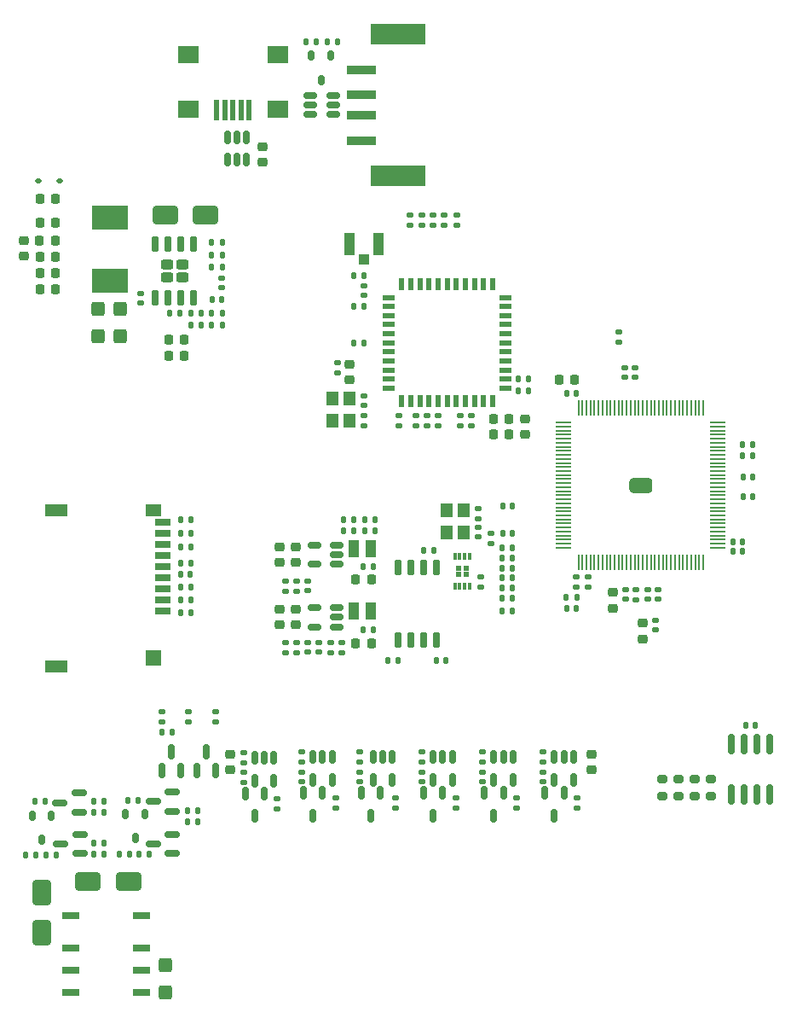
<source format=gbr>
%TF.GenerationSoftware,KiCad,Pcbnew,8.0.1*%
%TF.CreationDate,2024-03-23T09:32:29-06:00*%
%TF.ProjectId,underglow3,756e6465-7267-46c6-9f77-332e6b696361,rev?*%
%TF.SameCoordinates,Original*%
%TF.FileFunction,Paste,Top*%
%TF.FilePolarity,Positive*%
%FSLAX46Y46*%
G04 Gerber Fmt 4.6, Leading zero omitted, Abs format (unit mm)*
G04 Created by KiCad (PCBNEW 8.0.1) date 2024-03-23 09:32:29*
%MOMM*%
%LPD*%
G01*
G04 APERTURE LIST*
G04 Aperture macros list*
%AMRoundRect*
0 Rectangle with rounded corners*
0 $1 Rounding radius*
0 $2 $3 $4 $5 $6 $7 $8 $9 X,Y pos of 4 corners*
0 Add a 4 corners polygon primitive as box body*
4,1,4,$2,$3,$4,$5,$6,$7,$8,$9,$2,$3,0*
0 Add four circle primitives for the rounded corners*
1,1,$1+$1,$2,$3*
1,1,$1+$1,$4,$5*
1,1,$1+$1,$6,$7*
1,1,$1+$1,$8,$9*
0 Add four rect primitives between the rounded corners*
20,1,$1+$1,$2,$3,$4,$5,0*
20,1,$1+$1,$4,$5,$6,$7,0*
20,1,$1+$1,$6,$7,$8,$9,0*
20,1,$1+$1,$8,$9,$2,$3,0*%
G04 Aperture macros list end*
%ADD10R,1.600000X0.700000*%
%ADD11R,1.500000X1.200000*%
%ADD12R,2.200000X1.200000*%
%ADD13R,1.500000X1.600000*%
%ADD14RoundRect,0.135000X-0.135000X-0.185000X0.135000X-0.185000X0.135000X0.185000X-0.135000X0.185000X0*%
%ADD15R,3.000000X0.900000*%
%ADD16R,5.500000X2.050013*%
%ADD17RoundRect,0.140000X-0.140000X-0.170000X0.140000X-0.170000X0.140000X0.170000X-0.140000X0.170000X0*%
%ADD18RoundRect,0.150000X-0.150000X0.825000X-0.150000X-0.825000X0.150000X-0.825000X0.150000X0.825000X0*%
%ADD19RoundRect,0.135000X0.135000X0.185000X-0.135000X0.185000X-0.135000X-0.185000X0.135000X-0.185000X0*%
%ADD20RoundRect,0.150000X-0.150000X0.512500X-0.150000X-0.512500X0.150000X-0.512500X0.150000X0.512500X0*%
%ADD21RoundRect,0.140000X0.170000X-0.140000X0.170000X0.140000X-0.170000X0.140000X-0.170000X-0.140000X0*%
%ADD22RoundRect,0.250000X-0.650000X1.000000X-0.650000X-1.000000X0.650000X-1.000000X0.650000X1.000000X0*%
%ADD23RoundRect,0.225000X-0.250000X0.225000X-0.250000X-0.225000X0.250000X-0.225000X0.250000X0.225000X0*%
%ADD24RoundRect,0.150000X0.150000X-0.587500X0.150000X0.587500X-0.150000X0.587500X-0.150000X-0.587500X0*%
%ADD25RoundRect,0.150000X0.512500X0.150000X-0.512500X0.150000X-0.512500X-0.150000X0.512500X-0.150000X0*%
%ADD26RoundRect,0.135000X0.185000X-0.135000X0.185000X0.135000X-0.185000X0.135000X-0.185000X-0.135000X0*%
%ADD27RoundRect,0.140000X-0.170000X0.140000X-0.170000X-0.140000X0.170000X-0.140000X0.170000X0.140000X0*%
%ADD28RoundRect,0.218750X0.218750X0.256250X-0.218750X0.256250X-0.218750X-0.256250X0.218750X-0.256250X0*%
%ADD29RoundRect,0.135000X-0.185000X0.135000X-0.185000X-0.135000X0.185000X-0.135000X0.185000X0.135000X0*%
%ADD30RoundRect,0.140000X0.140000X0.170000X-0.140000X0.170000X-0.140000X-0.170000X0.140000X-0.170000X0*%
%ADD31RoundRect,0.200000X0.275000X-0.200000X0.275000X0.200000X-0.275000X0.200000X-0.275000X-0.200000X0*%
%ADD32RoundRect,0.150000X0.587500X0.150000X-0.587500X0.150000X-0.587500X-0.150000X0.587500X-0.150000X0*%
%ADD33RoundRect,0.225000X0.225000X0.250000X-0.225000X0.250000X-0.225000X-0.250000X0.225000X-0.250000X0*%
%ADD34RoundRect,0.062500X-0.675000X-0.062500X0.675000X-0.062500X0.675000X0.062500X-0.675000X0.062500X0*%
%ADD35RoundRect,0.062500X-0.062500X-0.675000X0.062500X-0.675000X0.062500X0.675000X-0.062500X0.675000X0*%
%ADD36RoundRect,0.381000X-0.762000X-0.381000X0.762000X-0.381000X0.762000X0.381000X-0.762000X0.381000X0*%
%ADD37RoundRect,0.225000X0.250000X-0.225000X0.250000X0.225000X-0.250000X0.225000X-0.250000X-0.225000X0*%
%ADD38RoundRect,0.218750X-0.218750X-0.256250X0.218750X-0.256250X0.218750X0.256250X-0.218750X0.256250X0*%
%ADD39RoundRect,0.225000X-0.225000X-0.250000X0.225000X-0.250000X0.225000X0.250000X-0.225000X0.250000X0*%
%ADD40RoundRect,0.175000X-0.175000X0.325000X-0.175000X-0.325000X0.175000X-0.325000X0.175000X0.325000X0*%
%ADD41RoundRect,0.242500X0.382500X-0.242500X0.382500X0.242500X-0.382500X0.242500X-0.382500X-0.242500X0*%
%ADD42RoundRect,0.150000X0.150000X-0.650000X0.150000X0.650000X-0.150000X0.650000X-0.150000X-0.650000X0*%
%ADD43RoundRect,0.200000X-0.275000X0.200000X-0.275000X-0.200000X0.275000X-0.200000X0.275000X0.200000X0*%
%ADD44RoundRect,0.147500X-0.147500X-0.172500X0.147500X-0.172500X0.147500X0.172500X-0.147500X0.172500X0*%
%ADD45R,0.500000X2.000000*%
%ADD46R,2.000000X1.700000*%
%ADD47RoundRect,0.112500X-0.187500X-0.112500X0.187500X-0.112500X0.187500X0.112500X-0.187500X0.112500X0*%
%ADD48R,1.200000X1.400000*%
%ADD49RoundRect,0.250000X-1.000000X-0.650000X1.000000X-0.650000X1.000000X0.650000X-1.000000X0.650000X0*%
%ADD50R,1.800000X0.800000*%
%ADD51RoundRect,0.250000X-0.425000X0.450000X-0.425000X-0.450000X0.425000X-0.450000X0.425000X0.450000X0*%
%ADD52RoundRect,0.147500X-0.172500X0.147500X-0.172500X-0.147500X0.172500X-0.147500X0.172500X0.147500X0*%
%ADD53R,1.000000X1.050013*%
%ADD54R,1.050013X2.200000*%
%ADD55R,1.300000X0.500000*%
%ADD56R,0.500000X1.300000*%
%ADD57R,0.600000X0.500000*%
%ADD58R,0.300000X0.750000*%
%ADD59RoundRect,0.250000X0.425000X-0.450000X0.425000X0.450000X-0.425000X0.450000X-0.425000X-0.450000X0*%
%ADD60R,1.000000X1.720015*%
%ADD61RoundRect,0.150000X-0.150000X0.650000X-0.150000X-0.650000X0.150000X-0.650000X0.150000X0.650000X0*%
%ADD62R,3.620015X2.424003*%
G04 APERTURE END LIST*
D10*
%TO.C,J203*%
X13263513Y37699873D03*
X13263513Y38799950D03*
X13263513Y39900026D03*
X13263513Y41000102D03*
X13263513Y42099924D03*
X13263513Y43200000D03*
X13263513Y44300077D03*
X13263513Y45399899D03*
X13263513Y46499975D03*
D11*
X12263513Y47700128D03*
D12*
X2663563Y47700128D03*
X2663563Y32200000D03*
D13*
X12263513Y33099924D03*
%TD*%
D14*
%TO.C,R203*%
X35569798Y32800000D03*
X36589796Y32800000D03*
%TD*%
D15*
%TO.C,J302*%
X32975005Y84400127D03*
X32975006Y86900000D03*
X32975006Y88900000D03*
X32975005Y91399873D03*
D16*
X36624994Y80874854D03*
X36624994Y94925146D03*
%TD*%
D17*
%TO.C,C202*%
X40399795Y32800000D03*
X41359795Y32800000D03*
%TD*%
D14*
%TO.C,R428*%
X31145232Y45687519D03*
X32165230Y45687519D03*
%TD*%
D18*
%TO.C,U405*%
X73505000Y24475000D03*
X72235000Y24475000D03*
X70965000Y24475000D03*
X69695000Y24475000D03*
X69695000Y19525000D03*
X70965000Y19525000D03*
X72235000Y19525000D03*
X73505000Y19525000D03*
%TD*%
D19*
%TO.C,R330*%
X7421872Y13600627D03*
X6401874Y13600627D03*
%TD*%
D20*
%TO.C,Q309*%
X41030998Y19675000D03*
X39131000Y19675000D03*
X40080999Y17400000D03*
%TD*%
D21*
%TO.C,C402*%
X33200000Y58120000D03*
X33200000Y59080000D03*
%TD*%
D22*
%TO.C,D304*%
X1200000Y9800002D03*
X1200000Y5800000D03*
%TD*%
D23*
%TO.C,C213*%
X57900000Y39550051D03*
X57900000Y38000051D03*
%TD*%
D24*
%TO.C,Q312*%
X16588756Y21862500D03*
X18488756Y21862500D03*
X17538756Y23737501D03*
%TD*%
D25*
%TO.C,U403*%
X30537728Y36137524D03*
X30537728Y37087523D03*
X30537728Y38037522D03*
X28262728Y38037522D03*
X28262728Y36137524D03*
%TD*%
D26*
%TO.C,R419*%
X31000228Y33587522D03*
X31000228Y34607520D03*
%TD*%
D19*
%TO.C,C218*%
X47959794Y42992051D03*
X46939796Y42992051D03*
%TD*%
D17*
%TO.C,C205*%
X46969795Y45400051D03*
X47929795Y45400051D03*
%TD*%
D26*
%TO.C,R214*%
X54279975Y40090052D03*
X54279975Y41110050D03*
%TD*%
D27*
%TO.C,C319*%
X45011998Y21730000D03*
X45011998Y20770000D03*
%TD*%
D28*
%TO.C,L403*%
X47625000Y55200000D03*
X46049998Y55200000D03*
%TD*%
D26*
%TO.C,R455*%
X39509999Y56080002D03*
X39509999Y57100000D03*
%TD*%
D19*
%TO.C,R331*%
X7421873Y18800628D03*
X6401875Y18800628D03*
%TD*%
D27*
%TO.C,C211*%
X59200000Y39825051D03*
X59200000Y38865051D03*
%TD*%
D17*
%TO.C,C305*%
X18120000Y68649337D03*
X19080000Y68649337D03*
%TD*%
D26*
%TO.C,R453*%
X43909999Y56080002D03*
X43909999Y57100000D03*
%TD*%
D19*
%TO.C,R220*%
X15983536Y37550064D03*
X14963538Y37550064D03*
%TD*%
%TO.C,R315*%
X19109999Y73049337D03*
X18090001Y73049337D03*
%TD*%
D29*
%TO.C,R401*%
X41200000Y77019998D03*
X41200000Y76000000D03*
%TD*%
%TO.C,R207*%
X60200000Y39855050D03*
X60200000Y38835052D03*
%TD*%
D14*
%TO.C,R202*%
X14963538Y42450064D03*
X15983536Y42450064D03*
%TD*%
D30*
%TO.C,C236*%
X54319975Y59300051D03*
X53359975Y59300051D03*
%TD*%
D17*
%TO.C,C201*%
X14993537Y41350064D03*
X15953537Y41350064D03*
%TD*%
D19*
%TO.C,R221*%
X15983536Y38820064D03*
X14963538Y38820064D03*
%TD*%
D31*
%TO.C,R311*%
X62800000Y19350000D03*
X62800000Y21000000D03*
%TD*%
D29*
%TO.C,R415*%
X25400228Y40709999D03*
X25400228Y39690001D03*
%TD*%
D23*
%TO.C,C416*%
X31800000Y62175000D03*
X31800000Y60625000D03*
%TD*%
D20*
%TO.C,U305*%
X48011996Y23207500D03*
X47061997Y23207500D03*
X46111998Y23207500D03*
X46111998Y20932500D03*
X48011996Y20932500D03*
%TD*%
D19*
%TO.C,R329*%
X7421873Y14650626D03*
X6401875Y14650626D03*
%TD*%
D27*
%TO.C,C413*%
X28754228Y34577521D03*
X28754228Y33617521D03*
%TD*%
D19*
%TO.C,R204*%
X15983536Y46750064D03*
X14963538Y46750064D03*
%TD*%
D27*
%TO.C,C321*%
X51013000Y21730000D03*
X51013000Y20770000D03*
%TD*%
D20*
%TO.C,U303*%
X21549999Y84737500D03*
X20600000Y84737500D03*
X19650001Y84737500D03*
X19650001Y82462500D03*
X20600000Y82462500D03*
X21549999Y82462500D03*
%TD*%
D32*
%TO.C,Q302*%
X14155003Y17850000D03*
X14155003Y19750000D03*
X12280002Y18800000D03*
%TD*%
D33*
%TO.C,C308*%
X2575000Y69649337D03*
X1025000Y69649337D03*
%TD*%
D21*
%TO.C,C215*%
X60149819Y60900052D03*
X60149819Y61860052D03*
%TD*%
D34*
%TO.C,U201*%
X53037500Y56400000D03*
X53037500Y56000000D03*
X53037500Y55600000D03*
X53037500Y55200000D03*
X53037500Y54800000D03*
X53037500Y54400000D03*
X53037500Y54000000D03*
X53037500Y53600000D03*
X53037500Y53200000D03*
X53037500Y52800000D03*
X53037500Y52400000D03*
X53037500Y52000000D03*
X53037500Y51600000D03*
X53037500Y51200000D03*
X53037500Y50800000D03*
X53037500Y50400000D03*
X53037500Y50000000D03*
X53037500Y49600000D03*
X53037500Y49200000D03*
X53037500Y48800000D03*
X53037500Y48400000D03*
X53037500Y48000000D03*
X53037500Y47600000D03*
X53037500Y47200000D03*
X53037500Y46800000D03*
X53037500Y46400000D03*
X53037500Y46000000D03*
X53037500Y45600000D03*
X53037500Y45200000D03*
X53037500Y44800000D03*
X53037500Y44400000D03*
X53037500Y44000000D03*
D35*
X54500000Y42537500D03*
X54900000Y42537500D03*
X55300000Y42537500D03*
X55700000Y42537500D03*
X56100000Y42537500D03*
X56500000Y42537500D03*
X56900000Y42537500D03*
X57300000Y42537500D03*
X57700000Y42537500D03*
X58100000Y42537500D03*
X58500000Y42537500D03*
X58900000Y42537500D03*
X59300000Y42537500D03*
X59700000Y42537500D03*
X60100000Y42537500D03*
X60500000Y42537500D03*
X60900000Y42537500D03*
X61300000Y42537500D03*
X61700000Y42537500D03*
X62100000Y42537500D03*
X62500000Y42537500D03*
X62900000Y42537500D03*
X63300000Y42537500D03*
X63700000Y42537500D03*
X64100000Y42537500D03*
X64500000Y42537500D03*
X64900000Y42537500D03*
X65300000Y42537500D03*
X65700000Y42537500D03*
X66100000Y42537500D03*
X66500000Y42537500D03*
X66900000Y42537500D03*
D34*
X68362500Y44000000D03*
X68362500Y44400000D03*
X68362500Y44800000D03*
X68362500Y45200000D03*
X68362500Y45600000D03*
X68362500Y46000000D03*
X68362500Y46400000D03*
X68362500Y46800000D03*
X68362500Y47200000D03*
X68362500Y47600000D03*
X68362500Y48000000D03*
X68362500Y48400000D03*
X68362500Y48800000D03*
X68362500Y49200000D03*
X68362500Y49600000D03*
X68362500Y50000000D03*
X68362500Y50400000D03*
X68362500Y50800000D03*
X68362500Y51200000D03*
X68362500Y51600000D03*
X68362500Y52000000D03*
X68362500Y52400000D03*
X68362500Y52800000D03*
X68362500Y53200000D03*
X68362500Y53600000D03*
X68362500Y54000000D03*
X68362500Y54400000D03*
X68362500Y54800000D03*
X68362500Y55200000D03*
X68362500Y55600000D03*
X68362500Y56000000D03*
X68362500Y56400000D03*
D35*
X66900000Y57862500D03*
X66500000Y57862500D03*
X66100000Y57862500D03*
X65700000Y57862500D03*
X65300000Y57862500D03*
X64900000Y57862500D03*
X64500000Y57862500D03*
X64100000Y57862500D03*
X63700000Y57862500D03*
X63300000Y57862500D03*
X62900000Y57862500D03*
X62500000Y57862500D03*
X62100000Y57862500D03*
X61700000Y57862500D03*
X61300000Y57862500D03*
X60900000Y57862500D03*
X60500000Y57862500D03*
X60100000Y57862500D03*
X59700000Y57862500D03*
X59300000Y57862500D03*
X58900000Y57862500D03*
X58500000Y57862500D03*
X58100000Y57862500D03*
X57700000Y57862500D03*
X57300000Y57862500D03*
X56900000Y57862500D03*
X56500000Y57862500D03*
X56100000Y57862500D03*
X55700000Y57862500D03*
X55300000Y57862500D03*
X54900000Y57862500D03*
X54500000Y57862500D03*
D36*
X60700000Y50200000D03*
%TD*%
D31*
%TO.C,R307*%
X66060000Y19350000D03*
X66060000Y21000000D03*
%TD*%
D29*
%TO.C,R436*%
X38980999Y23717499D03*
X38980999Y22697501D03*
%TD*%
D26*
%TO.C,R418*%
X29872228Y33587522D03*
X29872228Y34607520D03*
%TD*%
%TO.C,R411*%
X51013000Y22697501D03*
X51013000Y23717499D03*
%TD*%
D37*
%TO.C,C316*%
X55800000Y21925000D03*
X55800000Y23475000D03*
%TD*%
D23*
%TO.C,C409*%
X26400228Y37887522D03*
X26400228Y36337522D03*
%TD*%
D38*
%TO.C,FB302*%
X1012499Y76249337D03*
X2587501Y76249337D03*
%TD*%
D19*
%TO.C,R216*%
X71849793Y54200000D03*
X70829795Y54200000D03*
%TD*%
D21*
%TO.C,C405*%
X27636228Y39720000D03*
X27636228Y40680000D03*
%TD*%
D39*
%TO.C,C415*%
X46050000Y56800000D03*
X47600000Y56800000D03*
%TD*%
D37*
%TO.C,C429*%
X49225000Y55225000D03*
X49225000Y56775000D03*
%TD*%
D19*
%TO.C,R320*%
X16700000Y17900001D03*
X15680002Y17900001D03*
%TD*%
D14*
%TO.C,R460*%
X32190001Y64325000D03*
X33209999Y64325000D03*
%TD*%
D40*
%TO.C,Q304*%
X11430002Y17600002D03*
X9530002Y17600002D03*
X10480002Y15200001D03*
%TD*%
D41*
%TO.C,U301*%
X13625000Y70849337D03*
X15175000Y70849337D03*
X13625000Y72049337D03*
X15175000Y72049337D03*
D42*
X12495001Y68799337D03*
X13765000Y68799337D03*
X15035000Y68799337D03*
X16304999Y68799337D03*
X16304999Y74099337D03*
X15035000Y74099337D03*
X13765000Y74099337D03*
X12495001Y74099337D03*
%TD*%
D19*
%TO.C,R333*%
X1521873Y18800628D03*
X501875Y18800628D03*
%TD*%
D29*
%TO.C,R446*%
X13100000Y27692497D03*
X13100000Y26672499D03*
%TD*%
D23*
%TO.C,C228*%
X60850025Y36500051D03*
X60850025Y34950051D03*
%TD*%
D19*
%TO.C,R328*%
X2621872Y13500628D03*
X1601874Y13500628D03*
%TD*%
D40*
%TO.C,Q307*%
X29884593Y92800001D03*
X27984593Y92800001D03*
X28934593Y90400000D03*
%TD*%
D17*
%TO.C,C212*%
X70849795Y51000000D03*
X71809795Y51000000D03*
%TD*%
D29*
%TO.C,R301*%
X42330999Y19179999D03*
X42330999Y18160001D03*
%TD*%
D14*
%TO.C,R217*%
X46939796Y37700051D03*
X47959794Y37700051D03*
%TD*%
D23*
%TO.C,C408*%
X24800228Y37887522D03*
X24800228Y36337522D03*
%TD*%
D43*
%TO.C,R312*%
X64430000Y21000000D03*
X64430000Y19350000D03*
%TD*%
D29*
%TO.C,R327*%
X18488756Y27692497D03*
X18488756Y26672499D03*
%TD*%
D44*
%TO.C,D409*%
X33315000Y45638850D03*
X34285000Y45638850D03*
%TD*%
D45*
%TO.C,J404*%
X21800000Y87400000D03*
X21000000Y87400000D03*
X20200000Y87400000D03*
X19400000Y87400000D03*
X18600000Y87400000D03*
D46*
X24650000Y87500000D03*
X24650000Y92950000D03*
X15750000Y87500000D03*
X15750000Y92950000D03*
%TD*%
D47*
%TO.C,D405*%
X900000Y80400000D03*
X3000000Y80400000D03*
%TD*%
D39*
%TO.C,C303*%
X13800000Y63049337D03*
X15350000Y63049337D03*
%TD*%
D21*
%TO.C,C204*%
X44529795Y46900051D03*
X44529795Y47860051D03*
%TD*%
D48*
%TO.C,Y201*%
X41379795Y47700051D03*
X41379795Y45500051D03*
X43079795Y45500051D03*
X43079795Y47700051D03*
%TD*%
D19*
%TO.C,R201*%
X15983536Y45400064D03*
X14963538Y45400064D03*
%TD*%
D29*
%TO.C,R435*%
X45011998Y23717499D03*
X45011998Y22697501D03*
%TD*%
D26*
%TO.C,R454*%
X38409999Y56080002D03*
X38409999Y57100000D03*
%TD*%
D19*
%TO.C,R322*%
X10790001Y18900001D03*
X9770003Y18900001D03*
%TD*%
D14*
%TO.C,R323*%
X8880002Y13600000D03*
X9900000Y13600000D03*
%TD*%
D27*
%TO.C,C323*%
X21250001Y21692500D03*
X21250001Y20732500D03*
%TD*%
D24*
%TO.C,Q308*%
X13100000Y21862500D03*
X15000000Y21862500D03*
X14050000Y23737501D03*
%TD*%
D48*
%TO.C,Y401*%
X30080000Y58800000D03*
X30080000Y56600000D03*
X31780000Y56600000D03*
X31780000Y58800000D03*
%TD*%
D19*
%TO.C,R222*%
X15983536Y40050064D03*
X14963538Y40050064D03*
%TD*%
D49*
%TO.C,D305*%
X5799998Y10900000D03*
X9800000Y10900000D03*
%TD*%
D26*
%TO.C,R452*%
X42809999Y56080002D03*
X42809999Y57100000D03*
%TD*%
D43*
%TO.C,R308*%
X67690001Y21000000D03*
X67690001Y19350000D03*
%TD*%
D50*
%TO.C,K301*%
X4077500Y7450000D03*
X4077500Y4250000D03*
X4077500Y2050000D03*
X4077500Y-150000D03*
X11077500Y-150000D03*
X11077500Y2050000D03*
X11077500Y4250000D03*
X11077500Y7450000D03*
%TD*%
D14*
%TO.C,R206*%
X39129796Y43705051D03*
X40149794Y43705051D03*
%TD*%
D51*
%TO.C,C314*%
X6799999Y67700000D03*
X6799999Y65000000D03*
%TD*%
D27*
%TO.C,C235*%
X62400000Y39825051D03*
X62400000Y38865051D03*
%TD*%
D26*
%TO.C,R461*%
X30600000Y61335002D03*
X30600000Y62355000D03*
%TD*%
D27*
%TO.C,C231*%
X61400000Y39825051D03*
X61400000Y38865051D03*
%TD*%
D52*
%TO.C,L405*%
X33200000Y70000000D03*
X33200000Y69030000D03*
%TD*%
D19*
%TO.C,C219*%
X47959794Y41990051D03*
X46939796Y41990051D03*
%TD*%
D14*
%TO.C,C301*%
X16000000Y67249338D03*
X17019998Y67249338D03*
%TD*%
D19*
%TO.C,R210*%
X47959794Y40988051D03*
X46939796Y40988051D03*
%TD*%
D20*
%TO.C,Q311*%
X53062999Y19675000D03*
X51163001Y19675000D03*
X52113000Y17400000D03*
%TD*%
D14*
%TO.C,R313*%
X18090001Y71849337D03*
X19109999Y71849337D03*
%TD*%
D32*
%TO.C,Q305*%
X4975001Y13650000D03*
X4975001Y15550000D03*
X3100000Y14600000D03*
%TD*%
D27*
%TO.C,C414*%
X33200000Y57070001D03*
X33200000Y56110001D03*
%TD*%
D21*
%TO.C,C304*%
X11000000Y68279337D03*
X11000000Y69239337D03*
%TD*%
D33*
%TO.C,C412*%
X33950000Y34500000D03*
X32400000Y34500000D03*
%TD*%
D26*
%TO.C,R404*%
X37800000Y76000000D03*
X37800000Y77019998D03*
%TD*%
D29*
%TO.C,R417*%
X25400228Y34607520D03*
X25400228Y33587522D03*
%TD*%
D20*
%TO.C,U304*%
X41980997Y23207500D03*
X41030998Y23207500D03*
X40080999Y23207500D03*
X40080999Y20932500D03*
X41980997Y20932500D03*
%TD*%
D19*
%TO.C,C217*%
X47959794Y44000051D03*
X46939796Y44000051D03*
%TD*%
D20*
%TO.C,Q320*%
X29094000Y19675000D03*
X27194002Y19675000D03*
X28144001Y17400000D03*
%TD*%
%TO.C,U306*%
X54012998Y23207500D03*
X53062999Y23207500D03*
X52113000Y23207500D03*
X52113000Y20932500D03*
X54012998Y20932500D03*
%TD*%
D17*
%TO.C,C222*%
X70849795Y49100051D03*
X71809795Y49100051D03*
%TD*%
D14*
%TO.C,R303*%
X29535001Y94200000D03*
X30554999Y94200000D03*
%TD*%
D53*
%TO.C,ANT401*%
X33200000Y72637490D03*
D54*
X34674981Y74162510D03*
X31725019Y74162510D03*
%TD*%
D33*
%TO.C,C407*%
X33950000Y40857501D03*
X32400000Y40857501D03*
%TD*%
D19*
%TO.C,R457*%
X49509999Y60725000D03*
X48490001Y60725000D03*
%TD*%
D20*
%TO.C,Q310*%
X47061997Y19675000D03*
X45161999Y19675000D03*
X46111998Y17400000D03*
%TD*%
D55*
%TO.C,U401*%
X35697170Y68825000D03*
X35697170Y67925000D03*
X35697170Y67025000D03*
X35697170Y66125000D03*
X35697170Y65225000D03*
X35697170Y64325000D03*
X35697170Y63425000D03*
X35697170Y62525000D03*
X35697170Y61625000D03*
X35697170Y60725000D03*
X35697170Y59825000D03*
D56*
X36972170Y58550000D03*
X37872170Y58550000D03*
X38772170Y58550000D03*
X39672170Y58550000D03*
X40572170Y58550000D03*
X41472170Y58550000D03*
X42372170Y58550000D03*
X43272170Y58550000D03*
X44172170Y58550000D03*
X45072170Y58550000D03*
X45972170Y58550000D03*
D55*
X47247170Y59825000D03*
X47247170Y60725000D03*
X47247170Y61625000D03*
X47247170Y62525000D03*
X47247170Y63425000D03*
X47247170Y64325000D03*
X47247170Y65225000D03*
X47247170Y66125000D03*
X47247170Y67025000D03*
X47247170Y67925000D03*
X47247170Y68825000D03*
D56*
X45972170Y70100000D03*
X45072170Y70100000D03*
X44172170Y70100000D03*
X43272170Y70100000D03*
X42372170Y70100000D03*
X41472170Y70100000D03*
X40572170Y70100000D03*
X39672170Y70100000D03*
X38772170Y70100000D03*
X37872170Y70100000D03*
X36972170Y70100000D03*
%TD*%
D23*
%TO.C,C404*%
X26400228Y44087519D03*
X26400228Y42537519D03*
%TD*%
D30*
%TO.C,C232*%
X47929795Y48140000D03*
X46969795Y48140000D03*
%TD*%
D14*
%TO.C,R309*%
X18090001Y67249337D03*
X19109999Y67249337D03*
%TD*%
D33*
%TO.C,C309*%
X2575000Y71249337D03*
X1025000Y71249337D03*
%TD*%
D27*
%TO.C,C325*%
X27044001Y21730000D03*
X27044001Y20770000D03*
%TD*%
D29*
%TO.C,R213*%
X55500000Y41110050D03*
X55500000Y40090052D03*
%TD*%
%TO.C,R402*%
X40066666Y77019998D03*
X40066666Y76000000D03*
%TD*%
%TO.C,R403*%
X38933333Y77019998D03*
X38933333Y76000000D03*
%TD*%
D19*
%TO.C,R310*%
X19109999Y66049337D03*
X18090001Y66049337D03*
%TD*%
D26*
%TO.C,R430*%
X32800000Y22697501D03*
X32800000Y23717499D03*
%TD*%
D20*
%TO.C,Q319*%
X23300000Y19637500D03*
X21400002Y19637500D03*
X22350001Y17362500D03*
%TD*%
%TO.C,U307*%
X24249999Y23170000D03*
X23300000Y23170000D03*
X22350001Y23170000D03*
X22350001Y20895000D03*
X24249999Y20895000D03*
%TD*%
D26*
%TO.C,R205*%
X45849795Y44380053D03*
X45849795Y45400051D03*
%TD*%
D23*
%TO.C,C311*%
X-600000Y74500000D03*
X-600000Y72950000D03*
%TD*%
D19*
%TO.C,R324*%
X11890001Y13600001D03*
X10870003Y13600001D03*
%TD*%
D57*
%TO.C,U203*%
X43354795Y41975000D03*
X42604795Y41975000D03*
X43354795Y41325000D03*
X42604795Y41325000D03*
D58*
X43729795Y43100000D03*
X43229795Y43100000D03*
X42729795Y43100000D03*
X42229795Y43100000D03*
X42229795Y40200000D03*
X42729795Y40200000D03*
X43229795Y40200000D03*
X43729795Y40200000D03*
%TD*%
D59*
%TO.C,C315*%
X13465910Y-143410D03*
X13465910Y2556590D03*
%TD*%
D19*
%TO.C,R211*%
X54329975Y39100051D03*
X53309977Y39100051D03*
%TD*%
D26*
%TO.C,R414*%
X26518228Y39690001D03*
X26518228Y40709999D03*
%TD*%
D49*
%TO.C,D306*%
X13445001Y77040017D03*
X17445003Y77040017D03*
%TD*%
D44*
%TO.C,D408*%
X33315000Y46751331D03*
X34285000Y46751331D03*
%TD*%
D14*
%TO.C,C233*%
X70829795Y53100051D03*
X71849793Y53100051D03*
%TD*%
D27*
%TO.C,C327*%
X32800000Y21730000D03*
X32800000Y20770000D03*
%TD*%
D23*
%TO.C,C403*%
X24800228Y44087519D03*
X24800228Y42537519D03*
%TD*%
D25*
%TO.C,U402*%
X30537728Y42337520D03*
X30537728Y43287519D03*
X30537728Y44237518D03*
X28262728Y44237518D03*
X28262728Y42337520D03*
%TD*%
D26*
%TO.C,R434*%
X27044001Y22697501D03*
X27044001Y23717499D03*
%TD*%
D40*
%TO.C,Q301*%
X2161873Y17400628D03*
X261873Y17400628D03*
X1211873Y15000627D03*
%TD*%
D29*
%TO.C,R317*%
X24600000Y19052498D03*
X24600000Y18032500D03*
%TD*%
D37*
%TO.C,C312*%
X23100000Y82225000D03*
X23100000Y83775000D03*
%TD*%
D26*
%TO.C,R408*%
X21250001Y22660001D03*
X21250001Y23679999D03*
%TD*%
D17*
%TO.C,C220*%
X69829795Y43600051D03*
X70789795Y43600051D03*
%TD*%
D14*
%TO.C,C230*%
X46939796Y39986051D03*
X47959794Y39986051D03*
%TD*%
D27*
%TO.C,C203*%
X44529795Y46000051D03*
X44529795Y45040051D03*
%TD*%
D60*
%TO.C,L401*%
X32200228Y43887522D03*
X33900000Y43887522D03*
%TD*%
D29*
%TO.C,R223*%
X58500000Y65409999D03*
X58500000Y64390001D03*
%TD*%
D17*
%TO.C,C426*%
X71120000Y26400000D03*
X72080000Y26400000D03*
%TD*%
D39*
%TO.C,C302*%
X13800000Y64649337D03*
X15350000Y64649337D03*
%TD*%
D61*
%TO.C,U202*%
X40399795Y42000051D03*
X39129795Y42000051D03*
X37859795Y42000051D03*
X36589795Y42000051D03*
X36589795Y34800051D03*
X37859795Y34800051D03*
X39129795Y34800051D03*
X40399795Y34800051D03*
%TD*%
D32*
%TO.C,Q306*%
X4886874Y17750628D03*
X4886874Y19650628D03*
X3011873Y18700628D03*
%TD*%
D14*
%TO.C,R427*%
X31145231Y46800000D03*
X32165231Y46800000D03*
%TD*%
D62*
%TO.C,L301*%
X8000000Y76728016D03*
X8000000Y70471984D03*
%TD*%
D19*
%TO.C,R314*%
X19109999Y74249337D03*
X18090001Y74249337D03*
%TD*%
D38*
%TO.C,FB403*%
X1012499Y78600000D03*
X2587501Y78600000D03*
%TD*%
D33*
%TO.C,C237*%
X54149975Y60652536D03*
X52599975Y60652536D03*
%TD*%
D14*
%TO.C,R304*%
X13890001Y67249337D03*
X14909999Y67249337D03*
%TD*%
%TO.C,R458*%
X48490001Y59600000D03*
X49509999Y59600000D03*
%TD*%
D19*
%TO.C,R321*%
X16709999Y16800001D03*
X15690001Y16800001D03*
%TD*%
D27*
%TO.C,C306*%
X19080000Y70729337D03*
X19080000Y69769337D03*
%TD*%
D19*
%TO.C,R334*%
X28464998Y94200000D03*
X27445000Y94200000D03*
%TD*%
D37*
%TO.C,C318*%
X19925000Y21925000D03*
X19925000Y23475000D03*
%TD*%
D29*
%TO.C,R326*%
X15794378Y27692497D03*
X15794378Y26672499D03*
%TD*%
D17*
%TO.C,C221*%
X69849795Y44609950D03*
X70809795Y44609950D03*
%TD*%
D26*
%TO.C,R450*%
X36700000Y56080002D03*
X36700000Y57100000D03*
%TD*%
D27*
%TO.C,C317*%
X38980999Y21730000D03*
X38980999Y20770000D03*
%TD*%
D26*
%TO.C,R451*%
X40609999Y56080002D03*
X40609999Y57100000D03*
%TD*%
D32*
%TO.C,Q303*%
X14155003Y13650001D03*
X14155003Y15550001D03*
X12280002Y14600001D03*
%TD*%
D17*
%TO.C,C227*%
X53339976Y38000051D03*
X54299976Y38000051D03*
%TD*%
D26*
%TO.C,R416*%
X26518228Y33587522D03*
X26518228Y34607520D03*
%TD*%
D60*
%TO.C,L402*%
X32200228Y37687522D03*
X33900000Y37687522D03*
%TD*%
D19*
%TO.C,R332*%
X7421872Y17700628D03*
X6401874Y17700628D03*
%TD*%
D51*
%TO.C,C313*%
X9000000Y67700000D03*
X9000000Y65000000D03*
%TD*%
D29*
%TO.C,R302*%
X48361998Y19179999D03*
X48361998Y18160001D03*
%TD*%
D14*
%TO.C,R306*%
X-398125Y13500628D03*
X621873Y13500628D03*
%TD*%
D20*
%TO.C,U308*%
X30043999Y23207500D03*
X29094000Y23207500D03*
X28144001Y23207500D03*
X28144001Y20932500D03*
X30043999Y20932500D03*
%TD*%
D14*
%TO.C,R218*%
X46939796Y38950000D03*
X47959794Y38950000D03*
%TD*%
%TO.C,R305*%
X15999999Y66049337D03*
X17019997Y66049337D03*
%TD*%
D20*
%TO.C,Q321*%
X34849999Y19675000D03*
X32950001Y19675000D03*
X33900000Y17400000D03*
%TD*%
D28*
%TO.C,L302*%
X2562501Y74449337D03*
X987499Y74449337D03*
%TD*%
D29*
%TO.C,R456*%
X42400000Y77019998D03*
X42400000Y76000000D03*
%TD*%
D19*
%TO.C,C428*%
X33200000Y71005001D03*
X32180002Y71005001D03*
%TD*%
D29*
%TO.C,R319*%
X36350001Y19179999D03*
X36350001Y18160001D03*
%TD*%
D19*
%TO.C,C427*%
X33200000Y67925000D03*
X32180002Y67925000D03*
%TD*%
D14*
%TO.C,R325*%
X13100000Y25672499D03*
X14119998Y25672499D03*
%TD*%
D21*
%TO.C,C234*%
X44804795Y40105000D03*
X44804795Y41065000D03*
%TD*%
D19*
%TO.C,R219*%
X15983536Y44050064D03*
X14963538Y44050064D03*
%TD*%
D30*
%TO.C,C406*%
X34120000Y42087519D03*
X33160000Y42087519D03*
%TD*%
D20*
%TO.C,U309*%
X35999999Y23207500D03*
X35050000Y23207500D03*
X34100001Y23207500D03*
X34100001Y20932500D03*
X35999999Y20932500D03*
%TD*%
D33*
%TO.C,C310*%
X2574999Y72849337D03*
X1024999Y72849337D03*
%TD*%
D25*
%TO.C,U302*%
X30136244Y86950001D03*
X30136244Y87900000D03*
X30136244Y88849999D03*
X27861244Y88849999D03*
X27861244Y87900000D03*
X27861244Y86950001D03*
%TD*%
D30*
%TO.C,C411*%
X34120000Y35887522D03*
X33160000Y35887522D03*
%TD*%
D29*
%TO.C,R316*%
X54363000Y19179999D03*
X54363000Y18160001D03*
%TD*%
D21*
%TO.C,C214*%
X59129795Y60900051D03*
X59129795Y61860051D03*
%TD*%
D29*
%TO.C,R318*%
X30394001Y19179999D03*
X30394001Y18160001D03*
%TD*%
D27*
%TO.C,C229*%
X62150025Y36775051D03*
X62150025Y35815051D03*
%TD*%
D21*
%TO.C,C410*%
X27636228Y33617521D03*
X27636228Y34577521D03*
%TD*%
M02*

</source>
